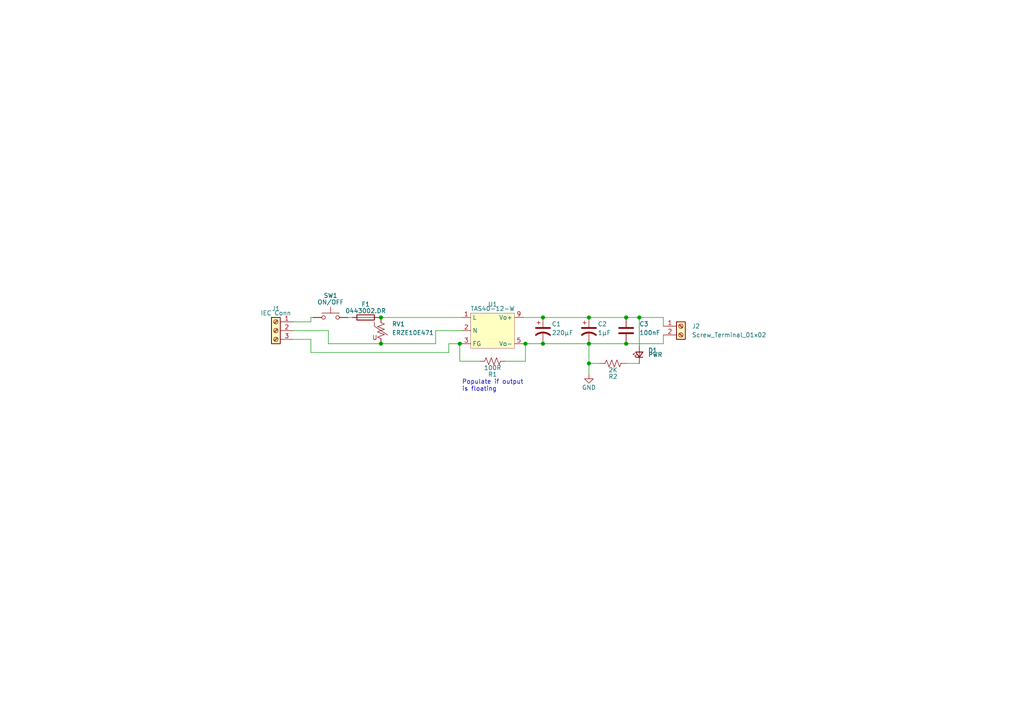
<source format=kicad_sch>
(kicad_sch (version 20200714) (host eeschema "(5.99.0-2671-gfc0a358ba)")
  (page 1 1)
  (paper "A4")
  (lib_symbols
    (symbol "Connector:Screw_Terminal_01x02" (pin_names hide)
      (property "Reference" "J" (at 0 2.54 0))
      (property "Value" "Screw_Terminal_01x02" (at 0 -5.08 0))
      (symbol "Screw_Terminal_01x02_1_1"
        (circle (center 0 -2.54) (radius 0.635) (stroke (width 0.1524)))
        (circle (center 0 0) (radius 0.635) (stroke (width 0.1524)))
        (rectangle (start -1.27 1.27) (end 1.27 -3.81) (stroke (width 0.254)) (fill (type background)))
        (polyline (pts (xy -0.5334 -2.2098) (xy 0.3302 -3.048)) (stroke (width 0.1524)))
        (polyline (pts (xy -0.5334 0.3302) (xy 0.3302 -0.508)) (stroke (width 0.1524)))
        (polyline (pts (xy -0.3556 -2.032) (xy 0.508 -2.8702)) (stroke (width 0.1524)))
        (polyline (pts (xy -0.3556 0.508) (xy 0.508 -0.3302)) (stroke (width 0.1524)))
        (pin passive line (at -5.08 0 0) (length 3.81) (name "Pin_1") (number "1"))
        (pin passive line (at -5.08 -2.54 0) (length 3.81) (name "Pin_2") (number "2"))
      )
    )
    (symbol "Connector:Screw_Terminal_01x03" (pin_names hide)
      (property "Reference" "J" (at 0 5.08 0))
      (property "Value" "Screw_Terminal_01x03" (at 0 -5.08 0))
      (symbol "Screw_Terminal_01x03_1_1"
        (circle (center 0 -2.54) (radius 0.635) (stroke (width 0.1524)))
        (circle (center 0 0) (radius 0.635) (stroke (width 0.1524)))
        (circle (center 0 2.54) (radius 0.635) (stroke (width 0.1524)))
        (rectangle (start -1.27 3.81) (end 1.27 -3.81) (stroke (width 0.254)) (fill (type background)))
        (polyline (pts (xy -0.5334 -2.2098) (xy 0.3302 -3.048)) (stroke (width 0.1524)))
        (polyline (pts (xy -0.5334 0.3302) (xy 0.3302 -0.508)) (stroke (width 0.1524)))
        (polyline (pts (xy -0.5334 2.8702) (xy 0.3302 2.032)) (stroke (width 0.1524)))
        (polyline (pts (xy -0.3556 -2.032) (xy 0.508 -2.8702)) (stroke (width 0.1524)))
        (polyline (pts (xy -0.3556 0.508) (xy 0.508 -0.3302)) (stroke (width 0.1524)))
        (polyline (pts (xy -0.3556 3.048) (xy 0.508 2.2098)) (stroke (width 0.1524)))
        (pin passive line (at -5.08 2.54 0) (length 3.81) (name "Pin_1") (number "1"))
        (pin passive line (at -5.08 0 0) (length 3.81) (name "Pin_2") (number "2"))
        (pin passive line (at -5.08 -2.54 0) (length 3.81) (name "Pin_3") (number "3"))
      )
    )
    (symbol "Device:C" (pin_numbers hide) (pin_names (offset 0.254))
      (property "Reference" "C" (at 0.635 2.54 0))
      (property "Value" "C" (at 0.635 -2.54 0))
      (symbol "C_0_1"
        (polyline (pts (xy -2.032 -0.762) (xy 2.032 -0.762)) (stroke (width 0.508)))
        (polyline (pts (xy -2.032 0.762) (xy 2.032 0.762)) (stroke (width 0.508)))
      )
      (symbol "C_1_1"
        (pin passive line (at 0 3.81 270) (length 2.794) (name "~") (number "1"))
        (pin passive line (at 0 -3.81 90) (length 2.794) (name "~") (number "2"))
      )
    )
    (symbol "Device:CP1" (pin_numbers hide) (pin_names (offset 0.254) hide)
      (property "Reference" "C" (at 0.635 2.54 0))
      (property "Value" "CP1" (at 0.635 -2.54 0))
      (symbol "CP1_0_1"
        (arc (start -2.032 -1.27) (end 2.032 -1.27) (radius (at 0 -3.81) (length 3.2512) (angles 128.7 51.3)) (stroke (width 0.508)))
        (polyline (pts (xy -2.032 0.762) (xy 2.032 0.762)) (stroke (width 0.508)))
        (polyline (pts (xy -1.778 2.286) (xy -0.762 2.286)))
        (polyline (pts (xy -1.27 1.778) (xy -1.27 2.794)))
      )
      (symbol "CP1_1_1"
        (pin passive line (at 0 3.81 270) (length 2.794) (name "~") (number "1"))
        (pin passive line (at 0 -3.81 90) (length 3.302) (name "~") (number "2"))
      )
    )
    (symbol "Device:Fuse" (pin_numbers hide) (pin_names (offset 0))
      (property "Reference" "F" (at 2.032 0 90))
      (property "Value" "Fuse" (at -1.905 0 90))
      (symbol "Fuse_0_1"
        (rectangle (start -0.762 -2.54) (end 0.762 2.54) (stroke (width 0.254)))
        (polyline (pts (xy 0 2.54) (xy 0 -2.54)))
      )
      (symbol "Fuse_1_1"
        (pin passive line (at 0 3.81 270) (length 1.27) (name "~") (number "1"))
        (pin passive line (at 0 -3.81 90) (length 1.27) (name "~") (number "2"))
      )
    )
    (symbol "Device:LED_Small" (pin_numbers hide) (pin_names (offset 0.254) hide)
      (property "Reference" "D" (at -1.27 3.175 0))
      (property "Value" "LED_Small" (at -4.445 -2.54 0))
      (symbol "LED_Small_0_1"
        (polyline (pts (xy -0.762 -1.016) (xy -0.762 1.016)) (stroke (width 0.254)))
        (polyline (pts (xy 1.016 0) (xy -0.762 0)))
        (polyline (pts (xy 0.762 -1.016) (xy -0.762 0) (xy 0.762 1.016) (xy 0.762 -1.016)) (stroke (width 0.254)))
        (polyline (pts (xy 0 0.762) (xy -0.508 1.27) (xy -0.254 1.27) (xy -0.508 1.27) (xy -0.508 1.016)))
        (polyline (pts (xy 0.508 1.27) (xy 0 1.778) (xy 0.254 1.778) (xy 0 1.778) (xy 0 1.524)))
      )
      (symbol "LED_Small_1_1"
        (pin passive line (at -2.54 0 0) (length 1.778) (name "K") (number "1"))
        (pin passive line (at 2.54 0 180) (length 1.778) (name "A") (number "2"))
      )
    )
    (symbol "Device:R_US" (pin_numbers hide) (pin_names (offset 0))
      (property "Reference" "R" (at 2.54 0 90))
      (property "Value" "R_US" (at -2.54 0 90))
      (symbol "R_US_0_1"
        (polyline (pts (xy 0 -2.286) (xy 0 -2.54)))
        (polyline (pts (xy 0 2.286) (xy 0 2.54)))
        (polyline (pts (xy 0 -0.762) (xy 1.016 -1.143) (xy 0 -1.524) (xy -1.016 -1.905) (xy 0 -2.286)))
        (polyline (pts (xy 0 0.762) (xy 1.016 0.381) (xy 0 0) (xy -1.016 -0.381) (xy 0 -0.762)))
        (polyline (pts (xy 0 2.286) (xy 1.016 1.905) (xy 0 1.524) (xy -1.016 1.143) (xy 0 0.762)))
      )
      (symbol "R_US_1_1"
        (pin passive line (at 0 3.81 270) (length 1.27) (name "~") (number "1"))
        (pin passive line (at 0 -3.81 90) (length 1.27) (name "~") (number "2"))
      )
    )
    (symbol "Device:Varistor_US" (pin_numbers hide) (pin_names (offset 0))
      (property "Reference" "RV" (at 3.175 0 90))
      (property "Value" "Varistor_US" (at -3.175 0 90))
      (symbol "Varistor_US_0_0"
        (text "U" (at -1.778 -2.032 0) (effects (font (size 1.27 1.27))))
      )
      (symbol "Varistor_US_0_1"
        (polyline (pts (xy 0 -2.286) (xy 0 -2.54)))
        (polyline (pts (xy 0 2.286) (xy 0 2.54)))
        (polyline (pts (xy -1.905 2.54) (xy -1.905 1.27) (xy 1.905 -1.27)))
        (polyline (pts (xy 0 -0.762) (xy 1.016 -1.143) (xy 0 -1.524) (xy -1.016 -1.905) (xy 0 -2.286)))
        (polyline (pts (xy 0 0.762) (xy 1.016 0.381) (xy 0 0) (xy -1.016 -0.381) (xy 0 -0.762)))
        (polyline (pts (xy 0 2.286) (xy 1.016 1.905) (xy 0 1.524) (xy -1.016 1.143) (xy 0 0.762)))
      )
      (symbol "Varistor_US_1_1"
        (pin passive line (at 0 3.81 270) (length 1.27) (name "~") (number "1"))
        (pin passive line (at 0 -3.81 90) (length 1.27) (name "~") (number "2"))
      )
    )
    (symbol "Switch:SW_Push" (pin_numbers hide) (pin_names hide)
      (property "Reference" "SW" (at 1.27 2.54 0))
      (property "Value" "SW_Push" (at 0 -1.524 0))
      (symbol "SW_Push_0_1"
        (circle (center -2.032 0) (radius 0.508))
        (circle (center 2.032 0) (radius 0.508))
        (polyline (pts (xy 0 1.27) (xy 0 3.048)))
        (polyline (pts (xy 2.54 1.27) (xy -2.54 1.27)))
        (pin passive line (at -5.08 0 0) (length 2.54) (name "1") (number "1"))
        (pin passive line (at 5.08 0 180) (length 2.54) (name "2") (number "2"))
      )
    )
    (symbol "TAS30-12-W:TAS40-12-W"
      (property "Reference" "U" (at -5.08 -6.35 0))
      (property "Value" "TAS40-12-W" (at 0 5.715 0))
      (symbol "TAS40-12-W_0_1"
        (rectangle (start -6.35 -5.08) (end 6.35 5.08) (stroke (width 0.001)) (fill (type background)))
      )
      (symbol "TAS40-12-W_1_1"
        (pin input line (at -8.89 3.81 0) (length 2.54) (name "L") (number "1"))
        (pin input line (at -8.89 0 0) (length 2.54) (name "N") (number "2"))
        (pin input line (at -8.89 -3.81 0) (length 2.54) (name "FG") (number "3"))
        (pin input line (at 8.89 -3.81 180) (length 2.54) (name "Vo-") (number "5"))
        (pin input line (at 8.89 3.81 180) (length 2.54) (name "Vo+") (number "9"))
        (pin input line (at 8.89 -2.54 180) (length 2.54) hide (name "NP") (number "4"))
        (pin input line (at 8.89 -1.27 180) (length 2.54) hide (name "NP") (number "6"))
        (pin input line (at 8.89 0 180) (length 2.54) hide (name "NP") (number "7"))
        (pin input line (at 8.89 1.27 180) (length 2.54) hide (name "NP") (number "8"))
      )
    )
    (symbol "power:GND" (power) (pin_names (offset 0))
      (property "Value" "GND" (at 0 -3.81 0))
      (symbol "GND_0_1"
        (polyline (pts (xy 0 0) (xy 0 -1.27) (xy 1.27 -1.27) (xy 0 -2.54) (xy -1.27 -1.27) (xy 0 -1.27)))
      )
      (symbol "GND_1_1"
        (pin power_in line (at 0 0 270) (length 0) hide (name "GND") (number "1"))
      )
    )
  )
  (junction (at 110.49 92.075) (diameter 1.016))
  (junction (at 110.49 99.695) (diameter 1.016))
  (junction (at 133.35 99.695) (diameter 1.016))
  (junction (at 152.4 99.695) (diameter 1.016))
  (junction (at 157.48 92.075) (diameter 1.016))
  (junction (at 157.48 99.695) (diameter 1.016))
  (junction (at 170.815 92.075) (diameter 1.016))
  (junction (at 170.815 99.695) (diameter 1.016))
  (junction (at 170.815 105.41) (diameter 1.016))
  (junction (at 181.61 92.075) (diameter 1.016))
  (junction (at 181.61 99.695) (diameter 1.016))
  (junction (at 185.42 92.075) (diameter 1.016))
  (wire (pts (xy 85.09 95.885) (xy 95.25 95.885)))
  (wire (pts (xy 90.17 92.075) (xy 90.17 93.345)))
  (wire (pts (xy 90.17 92.075) (xy 90.805 92.075)))
  (wire (pts (xy 90.17 93.345) (xy 85.09 93.345)))
  (wire (pts (xy 90.17 98.425) (xy 85.09 98.425)))
  (wire (pts (xy 90.17 102.235) (xy 90.17 98.425)))
  (wire (pts (xy 90.17 102.235) (xy 130.175 102.235)))
  (wire (pts (xy 95.25 95.885) (xy 95.25 99.695)))
  (wire (pts (xy 95.25 99.695) (xy 110.49 99.695)))
  (wire (pts (xy 100.965 92.075) (xy 102.235 92.075)))
  (wire (pts (xy 109.855 92.075) (xy 110.49 92.075)))
  (wire (pts (xy 110.49 92.075) (xy 133.985 92.075)))
  (wire (pts (xy 110.49 99.695) (xy 126.365 99.695)))
  (wire (pts (xy 126.365 95.885) (xy 133.985 95.885)))
  (wire (pts (xy 126.365 99.695) (xy 126.365 95.885)))
  (wire (pts (xy 130.175 99.695) (xy 130.175 102.235)))
  (wire (pts (xy 133.35 99.695) (xy 130.175 99.695)))
  (wire (pts (xy 133.35 104.775) (xy 133.35 99.695)))
  (wire (pts (xy 133.985 99.695) (xy 133.35 99.695)))
  (wire (pts (xy 139.065 104.775) (xy 133.35 104.775)))
  (wire (pts (xy 146.685 104.775) (xy 152.4 104.775)))
  (wire (pts (xy 151.765 92.075) (xy 157.48 92.075)))
  (wire (pts (xy 151.765 99.695) (xy 152.4 99.695)))
  (wire (pts (xy 152.4 99.695) (xy 157.48 99.695)))
  (wire (pts (xy 152.4 104.775) (xy 152.4 99.695)))
  (wire (pts (xy 157.48 92.075) (xy 170.815 92.075)))
  (wire (pts (xy 157.48 99.695) (xy 170.815 99.695)))
  (wire (pts (xy 170.815 92.075) (xy 181.61 92.075)))
  (wire (pts (xy 170.815 99.695) (xy 170.815 105.41)))
  (wire (pts (xy 170.815 99.695) (xy 181.61 99.695)))
  (wire (pts (xy 170.815 105.41) (xy 170.815 108.585)))
  (wire (pts (xy 170.815 105.41) (xy 173.99 105.41)))
  (wire (pts (xy 181.61 105.41) (xy 185.42 105.41)))
  (wire (pts (xy 185.42 92.075) (xy 181.61 92.075)))
  (wire (pts (xy 185.42 92.075) (xy 185.42 100.33)))
  (wire (pts (xy 192.405 92.075) (xy 185.42 92.075)))
  (wire (pts (xy 192.405 94.615) (xy 192.405 92.075)))
  (wire (pts (xy 192.405 97.155) (xy 192.405 99.695)))
  (wire (pts (xy 192.405 99.695) (xy 181.61 99.695)))
  (text "Populate if output\nis floating" (at 133.985 113.665 0) (effects (font (size 1.27 1.27)) (justify left bottom)))
  (symbol (lib_id "power:GND") (at 170.815 108.585 0) (unit 1)
    (property "Reference" "#PWR0101" (effects hide))
    (property "Value" "GND" (at 170.815 112.395 0))
  )
  (symbol (lib_id "Device:Fuse") (at 106.045 92.075 90) (unit 1)
    (property "Reference" "F1" (at 106.045 88.265 90))
    (property "Value" "0443002.DR" (at 106.045 90.17 90))
    (property "Footprint" "Fuse:Fuse_2512_6332Metric_Castellated" (effects hide))
    (property "Datasheet" "https://datasheet.lcsc.com/szlcsc/Littelfuse-0443002-DR_C187538.pdf" (effects hide))
  )
  (symbol (lib_id "Device:R_US") (at 142.875 104.775 270) (unit 1)
    (property "Reference" "R1" (at 142.875 108.585 90))
    (property "Value" "100R" (at 142.875 106.68 90))
    (property "Footprint" "Resistor_SMD:R_0805_2012Metric" (effects hide))
  )
  (symbol (lib_id "Device:R_US") (at 177.8 105.41 270) (unit 1)
    (property "Reference" "R2" (at 177.8 109.22 90))
    (property "Value" "2K" (at 177.8 107.315 90))
    (property "Footprint" "Resistor_SMD:R_0805_2012Metric" (effects hide))
  )
  (symbol (lib_id "Device:LED_Small") (at 185.42 102.87 90) (unit 1)
    (property "Reference" "D1" (at 187.96 101.6 90) (effects (justify right)))
    (property "Value" "PWR" (at 187.96 102.87 90) (effects (justify right)))
    (property "Footprint" "LED_SMD:LED_0805_2012Metric_Castellated" (effects hide))
  )
  (symbol (lib_id "Device:Varistor_US") (at 110.49 95.885 0) (unit 1)
    (property "Reference" "RV1" (at 113.665 93.98 0) (effects (justify left)))
    (property "Value" "ERZE10E471" (at 113.665 96.52 0) (effects (justify left)))
    (property "Footprint" "Varistor:RV_Disc_D12mm_W3.9mm_P7.5mm" (effects hide))
    (property "Datasheet" "https://datasheet.lcsc.com/szlcsc/PANASONIC-ERZE10E471_C178744.pdf" (effects hide))
  )
  (symbol (lib_id "Connector:Screw_Terminal_01x02") (at 197.485 94.615 0) (unit 1)
    (property "Reference" "J2" (at 200.66 94.615 0) (effects (justify left)))
    (property "Value" "Screw_Terminal_01x02" (at 200.66 97.155 0) (effects (justify left)))
    (property "Footprint" "TerminalBlock_RND:TerminalBlock_RND_205-00287_1x02_P5.08mm_Horizontal" (effects hide))
  )
  (symbol (lib_id "Device:CP1") (at 157.48 95.885 0) (unit 1)
    (property "Reference" "C1" (at 160.02 93.98 0) (effects (justify left)))
    (property "Value" "220µF" (at 160.02 96.52 0) (effects (justify left)))
    (property "Footprint" "Capacitor_SMD:CP_Elec_8x10.5" (effects hide))
    (property "Datasheet" "https://datasheet.lcsc.com/szlcsc/Semtech-CS1E221M-CRF10_C97815.pdf" (effects hide))
  )
  (symbol (lib_id "Device:CP1") (at 170.815 95.885 0) (unit 1)
    (property "Reference" "C2" (at 173.355 93.98 0) (effects (justify left)))
    (property "Value" "1µF" (at 173.355 96.52 0) (effects (justify left)))
    (property "Footprint" "Capacitor_SMD:CP_Elec_4x5.4" (effects hide))
    (property "Datasheet" "https://datasheet.lcsc.com/szlcsc/Semtech-CK1H010M-CRC54_C177135.pdf" (effects hide))
  )
  (symbol (lib_id "Device:C") (at 181.61 95.885 0) (unit 1)
    (property "Reference" "C3" (at 185.42 93.98 0) (effects (justify left)))
    (property "Value" "100nF" (at 185.42 96.52 0) (effects (justify left)))
    (property "Footprint" "Capacitor_SMD:C_0805_2012Metric" (effects hide))
    (property "Datasheet" "https://datasheet.lcsc.com/szlcsc/YAGEO-CC0805KRX7R9BB104_C49678.pdf" (effects hide))
  )
  (symbol (lib_id "Switch:SW_Push") (at 95.885 92.075 0) (unit 1)
    (property "Reference" "SW1" (at 95.885 85.725 0))
    (property "Value" "ON/OFF" (at 95.885 87.63 0))
    (property "Footprint" "BPT_Switch:BPT" (effects hide))
  )
  (symbol (lib_id "Connector:Screw_Terminal_01x03") (at 80.01 95.885 0) (mirror y) (unit 1)
    (property "Reference" "J1" (at 80.01 89.535 0))
    (property "Value" "IEC Conn" (at 80.01 90.805 0))
    (property "Footprint" "IEC_Conn:ACT3KD-03BT3B018" (effects hide))
    (property "Datasheet" "https://datasheet.lcsc.com/szlcsc/2007131112_DLK-ACT3KD-03BT3B018_C669260.pdf" (effects hide))
  )
  (symbol (lib_id "TAS30-12-W:TAS40-12-W") (at 142.875 95.885 0) (unit 1)
    (property "Reference" "U1" (at 142.875 88.265 0))
    (property "Value" "TAS40-12-W" (at 142.875 89.535 0))
    (property "Footprint" "TAS40-12-W:TAS40-12-W" (effects hide))
    (property "Datasheet" "https://datasheet.lcsc.com/szlcsc/2008151534_TDPOWER-TAS40-12-W_C695932.pdf" (effects hide))
  )
)
</source>
